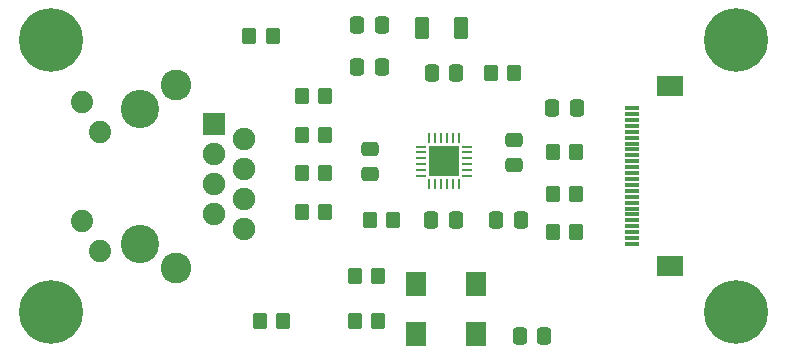
<source format=gbr>
G04 #@! TF.GenerationSoftware,KiCad,Pcbnew,7.0.7-2.fc38*
G04 #@! TF.CreationDate,2023-10-29T11:35:09+01:00*
G04 #@! TF.ProjectId,mangopimqpro-lan8720,6d616e67-6f70-4696-9d71-70726f2d6c61,rev?*
G04 #@! TF.SameCoordinates,Original*
G04 #@! TF.FileFunction,Soldermask,Top*
G04 #@! TF.FilePolarity,Negative*
%FSLAX46Y46*%
G04 Gerber Fmt 4.6, Leading zero omitted, Abs format (unit mm)*
G04 Created by KiCad (PCBNEW 7.0.7-2.fc38) date 2023-10-29 11:35:09*
%MOMM*%
%LPD*%
G01*
G04 APERTURE LIST*
G04 Aperture macros list*
%AMRoundRect*
0 Rectangle with rounded corners*
0 $1 Rounding radius*
0 $2 $3 $4 $5 $6 $7 $8 $9 X,Y pos of 4 corners*
0 Add a 4 corners polygon primitive as box body*
4,1,4,$2,$3,$4,$5,$6,$7,$8,$9,$2,$3,0*
0 Add four circle primitives for the rounded corners*
1,1,$1+$1,$2,$3*
1,1,$1+$1,$4,$5*
1,1,$1+$1,$6,$7*
1,1,$1+$1,$8,$9*
0 Add four rect primitives between the rounded corners*
20,1,$1+$1,$2,$3,$4,$5,0*
20,1,$1+$1,$4,$5,$6,$7,0*
20,1,$1+$1,$6,$7,$8,$9,0*
20,1,$1+$1,$8,$9,$2,$3,0*%
G04 Aperture macros list end*
%ADD10RoundRect,0.250000X-0.350000X-0.450000X0.350000X-0.450000X0.350000X0.450000X-0.350000X0.450000X0*%
%ADD11RoundRect,0.250000X0.350000X0.450000X-0.350000X0.450000X-0.350000X-0.450000X0.350000X-0.450000X0*%
%ADD12RoundRect,0.250000X0.337500X0.475000X-0.337500X0.475000X-0.337500X-0.475000X0.337500X-0.475000X0*%
%ADD13C,3.250000*%
%ADD14C,1.890000*%
%ADD15R,1.900000X1.900000*%
%ADD16C,1.900000*%
%ADD17C,2.600000*%
%ADD18RoundRect,0.250000X-0.475000X0.337500X-0.475000X-0.337500X0.475000X-0.337500X0.475000X0.337500X0*%
%ADD19C,5.400000*%
%ADD20RoundRect,0.062500X0.062500X-0.375000X0.062500X0.375000X-0.062500X0.375000X-0.062500X-0.375000X0*%
%ADD21RoundRect,0.062500X0.375000X-0.062500X0.375000X0.062500X-0.375000X0.062500X-0.375000X-0.062500X0*%
%ADD22R,2.500000X2.500000*%
%ADD23RoundRect,0.250000X-0.337500X-0.475000X0.337500X-0.475000X0.337500X0.475000X-0.337500X0.475000X0*%
%ADD24RoundRect,0.250000X0.362500X0.700000X-0.362500X0.700000X-0.362500X-0.700000X0.362500X-0.700000X0*%
%ADD25RoundRect,0.250000X0.475000X-0.337500X0.475000X0.337500X-0.475000X0.337500X-0.475000X-0.337500X0*%
%ADD26R,1.300000X0.300000*%
%ADD27R,2.200000X1.800000*%
%ADD28R,1.800000X2.000000*%
G04 APERTURE END LIST*
D10*
X58500000Y-44250000D03*
X60500000Y-44250000D03*
D11*
X39250000Y-39250000D03*
X37250000Y-39250000D03*
D12*
X44037500Y-26750000D03*
X41962500Y-26750000D03*
D11*
X39250000Y-36000000D03*
X37250000Y-36000000D03*
D13*
X23530000Y-33835000D03*
X23530000Y-45265000D03*
D14*
X20150000Y-45875000D03*
X18630000Y-43335000D03*
X20150000Y-35765000D03*
X18630000Y-33225000D03*
D15*
X29870000Y-35105000D03*
D16*
X32410000Y-36375000D03*
X29870000Y-37645000D03*
X32410000Y-38915000D03*
X29870000Y-40185000D03*
X32410000Y-41455000D03*
X29870000Y-42725000D03*
X32410000Y-43995000D03*
D17*
X26580000Y-31775000D03*
X26580000Y-47325000D03*
D18*
X43000000Y-37212500D03*
X43000000Y-39287500D03*
D19*
X74000000Y-28000000D03*
D20*
X48062500Y-40187500D03*
X48562500Y-40187500D03*
X49062500Y-40187500D03*
X49562500Y-40187500D03*
X50062500Y-40187500D03*
X50562500Y-40187500D03*
D21*
X51250000Y-39500000D03*
X51250000Y-39000000D03*
X51250000Y-38500000D03*
X51250000Y-38000000D03*
X51250000Y-37500000D03*
X51250000Y-37000000D03*
D20*
X50562500Y-36312500D03*
X50062500Y-36312500D03*
X49562500Y-36312500D03*
X49062500Y-36312500D03*
X48562500Y-36312500D03*
X48062500Y-36312500D03*
D21*
X47375000Y-37000000D03*
X47375000Y-37500000D03*
X47375000Y-38000000D03*
X47375000Y-38500000D03*
X47375000Y-39000000D03*
X47375000Y-39500000D03*
D22*
X49312500Y-38250000D03*
D23*
X48212500Y-43250000D03*
X50287500Y-43250000D03*
D19*
X74000000Y-51000000D03*
D11*
X39250000Y-32750000D03*
X37250000Y-32750000D03*
D24*
X50750000Y-27000000D03*
X47425000Y-27000000D03*
D12*
X60537500Y-33750000D03*
X58462500Y-33750000D03*
X50325000Y-30750000D03*
X48250000Y-30750000D03*
D11*
X55250000Y-30750000D03*
X53250000Y-30750000D03*
X34800000Y-27600000D03*
X32800000Y-27600000D03*
D10*
X58500000Y-41000000D03*
X60500000Y-41000000D03*
D25*
X55250000Y-38537500D03*
X55250000Y-36462500D03*
D11*
X39250000Y-42500000D03*
X37250000Y-42500000D03*
D23*
X55712500Y-53000000D03*
X57787500Y-53000000D03*
D11*
X43750000Y-48000000D03*
X41750000Y-48000000D03*
D19*
X16000000Y-51000000D03*
D11*
X35700000Y-51800000D03*
X33700000Y-51800000D03*
D19*
X16000000Y-28000000D03*
D10*
X58500000Y-37500000D03*
X60500000Y-37500000D03*
D11*
X45000000Y-43250000D03*
X43000000Y-43250000D03*
D12*
X44037500Y-30250000D03*
X41962500Y-30250000D03*
D26*
X65200000Y-45250000D03*
X65200000Y-44750000D03*
X65200000Y-44250000D03*
X65200000Y-43750000D03*
X65200000Y-43250000D03*
X65200000Y-42750000D03*
X65200000Y-42250000D03*
X65200000Y-41750000D03*
X65200000Y-41250000D03*
X65200000Y-40750000D03*
X65200000Y-40250000D03*
X65200000Y-39750000D03*
X65200000Y-39250000D03*
X65200000Y-38750000D03*
X65200000Y-38250000D03*
X65200000Y-37750000D03*
X65200000Y-37250000D03*
X65200000Y-36750000D03*
X65200000Y-36250000D03*
X65200000Y-35750000D03*
X65200000Y-35250000D03*
X65200000Y-34750000D03*
X65200000Y-34250000D03*
X65200000Y-33750000D03*
D27*
X68450000Y-47150000D03*
X68450000Y-31850000D03*
D11*
X43750000Y-51750000D03*
X41750000Y-51750000D03*
D23*
X53712500Y-43250000D03*
X55787500Y-43250000D03*
D28*
X52040000Y-48650000D03*
X46960000Y-48650000D03*
X46960000Y-52850000D03*
X52040000Y-52850000D03*
M02*

</source>
